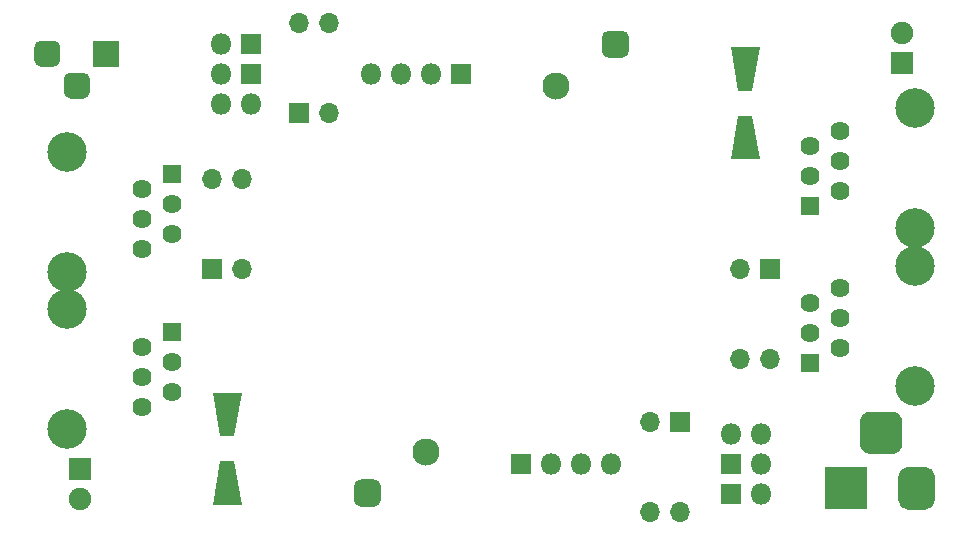
<source format=gbr>
%TF.GenerationSoftware,KiCad,Pcbnew,(5.1.6)-1*%
%TF.CreationDate,2021-04-28T12:41:24+02:00*%
%TF.ProjectId,combi_button,636f6d62-695f-4627-9574-746f6e2e6b69,rev?*%
%TF.SameCoordinates,Original*%
%TF.FileFunction,Soldermask,Bot*%
%TF.FilePolarity,Negative*%
%FSLAX46Y46*%
G04 Gerber Fmt 4.6, Leading zero omitted, Abs format (unit mm)*
G04 Created by KiCad (PCBNEW (5.1.6)-1) date 2021-04-28 12:41:24*
%MOMM*%
%LPD*%
G01*
G04 APERTURE LIST*
%ADD10O,1.700000X1.700000*%
%ADD11R,1.700000X1.700000*%
%ADD12O,1.800000X1.800000*%
%ADD13R,1.800000X1.800000*%
%ADD14C,2.300000*%
%ADD15C,0.100000*%
%ADD16C,1.900000*%
%ADD17R,1.900000X1.900000*%
%ADD18R,2.200000X2.200000*%
%ADD19R,3.600000X3.600000*%
%ADD20C,3.350000*%
%ADD21C,1.620000*%
%ADD22R,1.620000X1.620000*%
G04 APERTURE END LIST*
D10*
%TO.C,U6*%
X83744000Y-79172000D03*
X86284000Y-86792000D03*
X86284000Y-79172000D03*
D11*
X83744000Y-86792000D03*
%TD*%
D12*
%TO.C,J14*%
X77140000Y-80950000D03*
D13*
X79680000Y-80950000D03*
%TD*%
D12*
%TO.C,J13*%
X122860000Y-119050000D03*
D13*
X120320000Y-119050000D03*
%TD*%
%TO.C,J6*%
X102540000Y-116510000D03*
D12*
X105080000Y-116510000D03*
X107620000Y-116510000D03*
X110160000Y-116510000D03*
%TD*%
D13*
%TO.C,J12*%
X79680000Y-83490000D03*
D12*
X79680000Y-86030000D03*
X77140000Y-83490000D03*
X77140000Y-86030000D03*
%TD*%
D13*
%TO.C,J11*%
X120320000Y-116510000D03*
D12*
X120320000Y-113970000D03*
X122860000Y-116510000D03*
X122860000Y-113970000D03*
%TD*%
D14*
%TO.C,J10*%
X94500000Y-115500000D03*
G36*
G01*
X90075000Y-120150000D02*
X88925000Y-120150000D01*
G75*
G02*
X88350000Y-119575000I0J575000D01*
G01*
X88350000Y-118425000D01*
G75*
G02*
X88925000Y-117850000I575000J0D01*
G01*
X90075000Y-117850000D01*
G75*
G02*
X90650000Y-118425000I0J-575000D01*
G01*
X90650000Y-119575000D01*
G75*
G02*
X90075000Y-120150000I-575000J0D01*
G01*
G37*
%TD*%
%TO.C,J9*%
X105500000Y-84500000D03*
G36*
G01*
X109925000Y-79850000D02*
X111075000Y-79850000D01*
G75*
G02*
X111650000Y-80425000I0J-575000D01*
G01*
X111650000Y-81575000D01*
G75*
G02*
X111075000Y-82150000I-575000J0D01*
G01*
X109925000Y-82150000D01*
G75*
G02*
X109350000Y-81575000I0J575000D01*
G01*
X109350000Y-80425000D01*
G75*
G02*
X109925000Y-79850000I575000J0D01*
G01*
G37*
%TD*%
D10*
%TO.C,U5*%
X116000000Y-120620000D03*
X113460000Y-113000000D03*
X113460000Y-120620000D03*
D11*
X116000000Y-113000000D03*
%TD*%
D15*
%TO.C,D3*%
G36*
X120290977Y-81250000D02*
G01*
X122709023Y-81250000D01*
X122092357Y-84950000D01*
X120907643Y-84950000D01*
X120290977Y-81250000D01*
G37*
G36*
X122709023Y-90750000D02*
G01*
X120290977Y-90750000D01*
X120907643Y-87050000D01*
X122092357Y-87050000D01*
X122709023Y-90750000D01*
G37*
%TD*%
%TO.C,D4*%
G36*
X78857023Y-119990000D02*
G01*
X76438977Y-119990000D01*
X77055643Y-116290000D01*
X78240357Y-116290000D01*
X78857023Y-119990000D01*
G37*
G36*
X76438977Y-110490000D02*
G01*
X78857023Y-110490000D01*
X78240357Y-114190000D01*
X77055643Y-114190000D01*
X76438977Y-110490000D01*
G37*
%TD*%
D10*
%TO.C,U4*%
X76378000Y-92380000D03*
X78918000Y-100000000D03*
X78918000Y-92380000D03*
D11*
X76378000Y-100000000D03*
%TD*%
D10*
%TO.C,U3*%
X123622000Y-107620000D03*
X121082000Y-100000000D03*
X121082000Y-107620000D03*
D11*
X123622000Y-100000000D03*
%TD*%
D16*
%TO.C,D2*%
X134800000Y-80060000D03*
D17*
X134800000Y-82600000D03*
%TD*%
D16*
%TO.C,D1*%
X65200000Y-119540000D03*
D17*
X65200000Y-117000000D03*
%TD*%
%TO.C,J8*%
G36*
G01*
X63800000Y-85050000D02*
X63800000Y-83950000D01*
G75*
G02*
X64350000Y-83400000I550000J0D01*
G01*
X65450000Y-83400000D01*
G75*
G02*
X66000000Y-83950000I0J-550000D01*
G01*
X66000000Y-85050000D01*
G75*
G02*
X65450000Y-85600000I-550000J0D01*
G01*
X64350000Y-85600000D01*
G75*
G02*
X63800000Y-85050000I0J550000D01*
G01*
G37*
G36*
G01*
X61300000Y-82350000D02*
X61300000Y-81250000D01*
G75*
G02*
X61850000Y-80700000I550000J0D01*
G01*
X62950000Y-80700000D01*
G75*
G02*
X63500000Y-81250000I0J-550000D01*
G01*
X63500000Y-82350000D01*
G75*
G02*
X62950000Y-82900000I-550000J0D01*
G01*
X61850000Y-82900000D01*
G75*
G02*
X61300000Y-82350000I0J550000D01*
G01*
G37*
D18*
X67400000Y-81800000D03*
%TD*%
D13*
%TO.C,J7*%
X97460000Y-83490000D03*
D12*
X94920000Y-83490000D03*
X92380000Y-83490000D03*
X89840000Y-83490000D03*
%TD*%
%TO.C,J5*%
G36*
G01*
X134800000Y-113000000D02*
X134800000Y-114800000D01*
G75*
G02*
X133900000Y-115700000I-900000J0D01*
G01*
X132100000Y-115700000D01*
G75*
G02*
X131200000Y-114800000I0J900000D01*
G01*
X131200000Y-113000000D01*
G75*
G02*
X132100000Y-112100000I900000J0D01*
G01*
X133900000Y-112100000D01*
G75*
G02*
X134800000Y-113000000I0J-900000D01*
G01*
G37*
G36*
G01*
X137550000Y-117575000D02*
X137550000Y-119625000D01*
G75*
G02*
X136775000Y-120400000I-775000J0D01*
G01*
X135225000Y-120400000D01*
G75*
G02*
X134450000Y-119625000I0J775000D01*
G01*
X134450000Y-117575000D01*
G75*
G02*
X135225000Y-116800000I775000J0D01*
G01*
X136775000Y-116800000D01*
G75*
G02*
X137550000Y-117575000I0J-775000D01*
G01*
G37*
D19*
X130000000Y-118600000D03*
%TD*%
D20*
%TO.C,J4*%
X64110000Y-113585000D03*
D21*
X70460000Y-111685000D03*
X73000000Y-110415000D03*
X70460000Y-109145000D03*
X73000000Y-107875000D03*
X70460000Y-106605000D03*
D20*
X64110000Y-103425000D03*
D22*
X73000000Y-105335000D03*
%TD*%
D20*
%TO.C,J3*%
X64110000Y-100250000D03*
D21*
X70460000Y-98350000D03*
X73000000Y-97080000D03*
X70460000Y-95810000D03*
X73000000Y-94540000D03*
X70460000Y-93270000D03*
D20*
X64110000Y-90090000D03*
D22*
X73000000Y-92000000D03*
%TD*%
D20*
%TO.C,J2*%
X135890000Y-86415000D03*
D21*
X129540000Y-88315000D03*
X127000000Y-89585000D03*
X129540000Y-90855000D03*
X127000000Y-92125000D03*
X129540000Y-93395000D03*
D20*
X135890000Y-96575000D03*
D22*
X127000000Y-94665000D03*
%TD*%
D20*
%TO.C,J1*%
X135890000Y-99750000D03*
D21*
X129540000Y-101650000D03*
X127000000Y-102920000D03*
X129540000Y-104190000D03*
X127000000Y-105460000D03*
X129540000Y-106730000D03*
D20*
X135890000Y-109910000D03*
D22*
X127000000Y-108000000D03*
%TD*%
M02*

</source>
